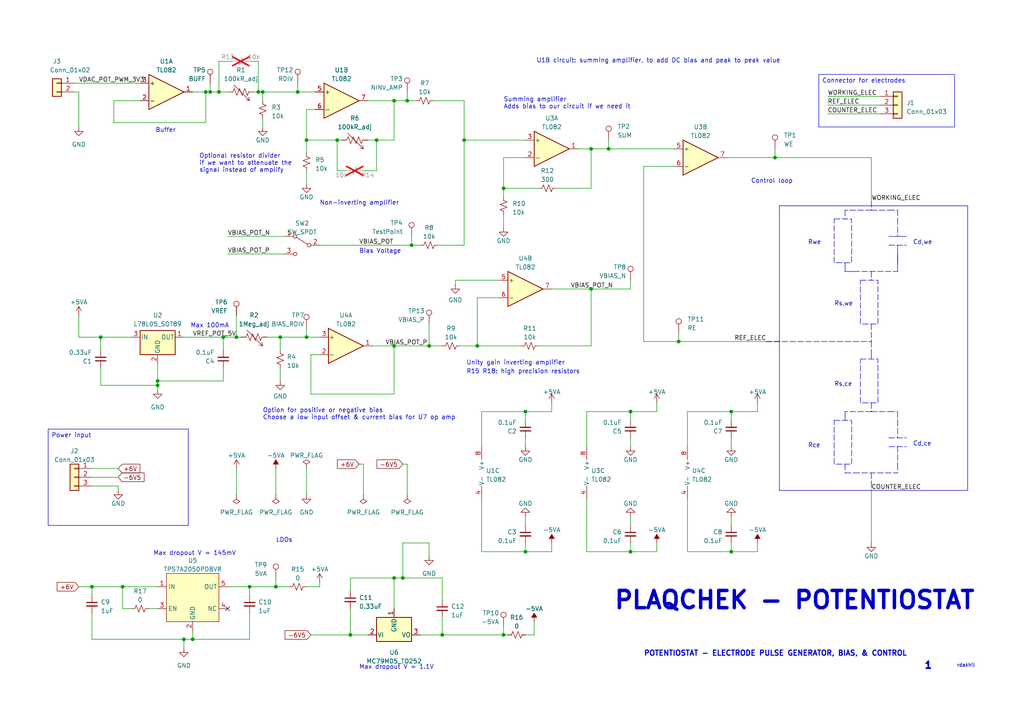
<source format=kicad_sch>
(kicad_sch (version 20230121) (generator eeschema)
  (paper "A4")
  (lib_symbols
    (symbol "Amplifier_Operational:TL082" (pin_names (offset 0.127))
      (property "Reference" "U" (at 0 5.08 0))
      (property "Value" "TL082" (at 0 -5.08 0))
      (symbol "TL082_1_1"
        (polyline (pts (xy -5.08 5.08) (xy 5.08 0) (xy -5.08 -5.08) (xy -5.08 5.08)) (stroke (width 0.254)) (fill (type background)))
        (pin output line (at 7.62 0 180) (length 2.54) (name "~") (number "1"))
        (pin input line (at -7.62 -2.54 0) (length 2.54) (name "-") (number "2"))
        (pin input line (at -7.62 2.54 0) (length 2.54) (name "+") (number "3"))
      )
      (symbol "TL082_2_1"
        (polyline (pts (xy -5.08 5.08) (xy 5.08 0) (xy -5.08 -5.08) (xy -5.08 5.08)) (stroke (width 0.254)) (fill (type background)))
        (pin input line (at -7.62 2.54 0) (length 2.54) (name "+") (number "5"))
        (pin input line (at -7.62 -2.54 0) (length 2.54) (name "-") (number "6"))
        (pin output line (at 7.62 0 180) (length 2.54) (name "~") (number "7"))
      )
      (symbol "TL082_3_1"
        (pin power_in line (at -2.54 -7.62 90) (length 3.81) (name "V-") (number "4"))
        (pin power_in line (at -2.54 7.62 270) (length 3.81) (name "V+") (number "8"))
      )
    )
    (symbol "Connector:TestPoint" (pin_numbers hide) (pin_names (offset 0.762) hide)
      (property "Reference" "TP" (at 0 6.858 0))
      (property "Value" "TestPoint" (at 0 5.08 0))
      (symbol "TestPoint_0_1"
        (circle (center 0 3.302) (radius 0.762))
      )
      (symbol "TestPoint_1_1"
        (pin passive line (at 0 0 90) (length 2.54) (name "1") (number "1"))
      )
    )
    (symbol "Connector_Generic:Conn_01x02" (pin_names (offset 1.016) hide)
      (property "Reference" "J" (at 0 2.54 0))
      (property "Value" "Conn_01x02" (at 0 -5.08 0))
      (symbol "Conn_01x02_1_1"
        (rectangle (start -1.27 -2.413) (end 0 -2.667) (stroke (width 0.1524)))
        (rectangle (start -1.27 0.127) (end 0 -0.127) (stroke (width 0.1524)))
        (rectangle (start -1.27 1.27) (end 1.27 -3.81) (stroke (width 0.254)) (fill (type background)))
        (pin passive line (at -5.08 0 0) (length 3.81) (name "Pin_1") (number "1"))
        (pin passive line (at -5.08 -2.54 0) (length 3.81) (name "Pin_2") (number "2"))
      )
    )
    (symbol "Connector_Generic:Conn_01x03" (pin_names (offset 1.016) hide)
      (property "Reference" "J" (at 0 5.08 0))
      (property "Value" "Conn_01x03" (at 0 -5.08 0))
      (symbol "Conn_01x03_1_1"
        (rectangle (start -1.27 -2.413) (end 0 -2.667) (stroke (width 0.1524)))
        (rectangle (start -1.27 0.127) (end 0 -0.127) (stroke (width 0.1524)))
        (rectangle (start -1.27 2.667) (end 0 2.413) (stroke (width 0.1524)))
        (rectangle (start -1.27 3.81) (end 1.27 -3.81) (stroke (width 0.254)) (fill (type background)))
        (pin passive line (at -5.08 2.54 0) (length 3.81) (name "Pin_1") (number "1"))
        (pin passive line (at -5.08 0 0) (length 3.81) (name "Pin_2") (number "2"))
        (pin passive line (at -5.08 -2.54 0) (length 3.81) (name "Pin_3") (number "3"))
      )
    )
    (symbol "Device:C_Small" (pin_numbers hide) (pin_names (offset 0.254) hide)
      (property "Reference" "C" (at 0.254 1.778 0))
      (property "Value" "C_Small" (at 0.254 -2.032 0))
      (symbol "C_Small_0_1"
        (polyline (pts (xy -1.524 -0.508) (xy 1.524 -0.508)) (stroke (width 0.3302)))
        (polyline (pts (xy -1.524 0.508) (xy 1.524 0.508)) (stroke (width 0.3048)))
      )
      (symbol "C_Small_1_1"
        (pin passive line (at 0 2.54 270) (length 2.032) (name "~") (number "1"))
        (pin passive line (at 0 -2.54 90) (length 2.032) (name "~") (number "2"))
      )
    )
    (symbol "Device:R_Small_US" (pin_numbers hide) (pin_names (offset 0.254) hide)
      (property "Reference" "R" (at 0.762 0.508 0))
      (property "Value" "R_Small_US" (at 0.762 -1.016 0))
      (symbol "R_Small_US_1_1"
        (polyline (pts (xy 0 0) (xy 1.016 -0.381) (xy 0 -0.762) (xy -1.016 -1.143) (xy 0 -1.524)))
        (polyline (pts (xy 0 1.524) (xy 1.016 1.143) (xy 0 0.762) (xy -1.016 0.381) (xy 0 0)))
        (pin passive line (at 0 2.54 270) (length 1.016) (name "~") (number "1"))
        (pin passive line (at 0 -2.54 90) (length 1.016) (name "~") (number "2"))
      )
    )
    (symbol "Device:R_Variable_US" (pin_numbers hide) (pin_names (offset 0))
      (property "Reference" "R" (at 2.54 -2.54 90))
      (property "Value" "R_Variable_US" (at -2.54 -1.27 90))
      (symbol "R_Variable_US_0_1"
        (polyline (pts (xy 0 -2.286) (xy 0 -2.54)))
        (polyline (pts (xy 0 2.286) (xy 0 2.54)))
        (polyline (pts (xy 0 -0.762) (xy 1.016 -1.143) (xy 0 -1.524) (xy -1.016 -1.905) (xy 0 -2.286)))
        (polyline (pts (xy 0 0.762) (xy 1.016 0.381) (xy 0 0) (xy -1.016 -0.381) (xy 0 -0.762)))
        (polyline (pts (xy 0 2.286) (xy 1.016 1.905) (xy 0 1.524) (xy -1.016 1.143) (xy 0 0.762)) (stroke (width 0.1524)))
        (polyline (pts (xy 2.286 1.524) (xy 2.54 2.54) (xy 1.524 2.286) (xy 2.54 2.54) (xy -2.032 -2.032)) (stroke (width 0.1524)))
      )
      (symbol "R_Variable_US_1_1"
        (pin passive line (at 0 3.81 270) (length 1.27) (name "~") (number "1"))
        (pin passive line (at 0 -3.81 90) (length 1.27) (name "~") (number "2"))
      )
    )
    (symbol "Regulator_Linear:L78L05_SOT89" (pin_names (offset 0.254))
      (property "Reference" "U" (at -3.81 3.175 0))
      (property "Value" "L78L05_SOT89" (at -0.635 3.175 0))
      (symbol "L78L05_SOT89_0_1"
        (rectangle (start -5.08 1.905) (end 5.08 -5.08) (stroke (width 0.254)) (fill (type background)))
      )
      (symbol "L78L05_SOT89_1_1"
        (pin power_out line (at 7.62 0 180) (length 2.54) (name "OUT") (number "1"))
        (pin power_in line (at 0 -7.62 90) (length 2.54) (name "GND") (number "2"))
        (pin power_in line (at -7.62 0 0) (length 2.54) (name "IN") (number "3"))
      )
    )
    (symbol "Regulator_Linear:MC79M05_TO252" (pin_names (offset 0.254))
      (property "Reference" "U" (at -3.81 -3.175 0))
      (property "Value" "MC79M05_TO252" (at 0 -3.175 0))
      (symbol "MC79M05_TO252_0_1"
        (rectangle (start -5.08 5.08) (end 5.08 -1.905) (stroke (width 0.254)) (fill (type background)))
      )
      (symbol "MC79M05_TO252_1_1"
        (pin power_in line (at 0 7.62 270) (length 2.54) (name "GND") (number "1"))
        (pin power_in line (at -7.62 0 0) (length 2.54) (name "VI") (number "2"))
        (pin power_out line (at 7.62 0 180) (length 2.54) (name "VO") (number "3"))
      )
    )
    (symbol "Switch:SW_SPDT" (pin_names (offset 0) hide)
      (property "Reference" "SW" (at 0 4.318 0))
      (property "Value" "SW_SPDT" (at 0 -5.08 0))
      (symbol "SW_SPDT_0_0"
        (circle (center -2.032 0) (radius 0.508))
        (circle (center 2.032 -2.54) (radius 0.508))
      )
      (symbol "SW_SPDT_0_1"
        (polyline (pts (xy -1.524 0.254) (xy 1.651 2.286)))
        (circle (center 2.032 2.54) (radius 0.508))
      )
      (symbol "SW_SPDT_1_1"
        (pin passive line (at 5.08 2.54 180) (length 2.54) (name "A") (number "1"))
        (pin passive line (at -5.08 0 0) (length 2.54) (name "B") (number "2"))
        (pin passive line (at 5.08 -2.54 180) (length 2.54) (name "C") (number "3"))
      )
    )
    (symbol "plaqchek:TPS7A2050PDBVR"
      (property "Reference" "U" (at 0 10.16 0))
      (property "Value" "TPS7A2050PDBVR" (at 0 0 0))
      (symbol "TPS7A2050PDBVR_1_1"
        (rectangle (start -7.62 7.62) (end 7.62 -6.35) (fill (type background)))
        (pin power_in line (at -10.16 3.81 0) (length 2.54) (name "IN") (number "1"))
        (pin power_in line (at 0 -8.89 90) (length 2.54) (name "GND") (number "2"))
        (pin input line (at -10.16 -2.54 0) (length 2.54) (name "EN") (number "3"))
        (pin input line (at 10.16 -2.54 180) (length 2.54) (name "NC") (number "4"))
        (pin power_out line (at 10.16 3.81 180) (length 2.54) (name "OUT") (number "5"))
      )
    )
    (symbol "power:+5VA" (power) (pin_names (offset 0))
      (property "Value" "+5VA" (at 0 3.556 0))
      (symbol "+5VA_0_1"
        (polyline (pts (xy -0.762 1.27) (xy 0 2.54)))
        (polyline (pts (xy 0 0) (xy 0 2.54)))
        (polyline (pts (xy 0 2.54) (xy 0.762 1.27)))
      )
      (symbol "+5VA_1_1"
        (pin power_in line (at 0 0 90) (length 0) hide (name "+5VA") (number "1"))
      )
    )
    (symbol "power:-5VA" (power) (pin_names (offset 0))
      (property "Value" "-5VA" (at 0 3.81 0))
      (symbol "-5VA_0_0"
        (pin power_in line (at 0 0 90) (length 0) hide (name "-5VA") (number "1"))
      )
      (symbol "-5VA_0_1"
        (polyline (pts (xy 0 0) (xy 0 1.27) (xy 0.762 1.27) (xy 0 2.54) (xy -0.762 1.27) (xy 0 1.27)) (fill (type outline)))
      )
    )
    (symbol "power:GND" (power) (pin_names (offset 0))
      (property "Value" "GND" (at 0 -3.81 0))
      (symbol "GND_0_1"
        (polyline (pts (xy 0 0) (xy 0 -1.27) (xy 1.27 -1.27) (xy 0 -2.54) (xy -1.27 -1.27) (xy 0 -1.27)))
      )
      (symbol "GND_1_1"
        (pin power_in line (at 0 0 270) (length 0) hide (name "GND") (number "1"))
      )
    )
    (symbol "power:PWR_FLAG" (power) (pin_numbers hide) (pin_names (offset 0) hide)
      (property "Value" "PWR_FLAG" (at 0 3.81 0))
      (symbol "PWR_FLAG_0_0"
        (pin power_out line (at 0 0 90) (length 0) (name "pwr") (number "1"))
      )
      (symbol "PWR_FLAG_0_1"
        (polyline (pts (xy 0 0) (xy 0 1.27) (xy -1.016 1.905) (xy 0 2.54) (xy 1.016 1.905) (xy 0 1.27)))
      )
    )
  )
  (junction (at 119.38 71.12))
  (junction (at 97.79 40.64))
  (junction (at 196.85 99.06))
  (junction (at 109.22 40.64))
  (junction (at 35.56 170.18))
  (junction (at 101.6 184.15))
  (junction (at 182.88 160.02))
  (junction (at 152.4 119.38))
  (junction (at 86.36 26.67))
  (junction (at 171.45 83.82))
  (junction (at 212.09 119.38))
  (junction (at 114.3 100.33))
  (junction (at 64.77 97.79))
  (junction (at 63.5 26.67))
  (junction (at 53.34 185.42))
  (junction (at 152.4 160.02))
  (junction (at 26.67 170.18))
  (junction (at 81.28 97.79))
  (junction (at 114.3 29.21))
  (junction (at 116.84 167.64))
  (junction (at 146.05 54.61))
  (junction (at 124.46 100.33))
  (junction (at 176.53 43.18))
  (junction (at 224.79 45.72))
  (junction (at 59.69 26.67))
  (junction (at 74.93 26.67))
  (junction (at 45.72 111.76))
  (junction (at 60.96 26.67))
  (junction (at 134.62 40.64))
  (junction (at 29.21 97.79))
  (junction (at 45.72 110.49))
  (junction (at 88.9 40.64))
  (junction (at 182.88 119.38))
  (junction (at 128.27 184.15))
  (junction (at 72.39 170.18))
  (junction (at 80.01 170.18))
  (junction (at 138.43 100.33))
  (junction (at 146.05 184.15))
  (junction (at 68.58 97.79))
  (junction (at 114.3 167.64))
  (junction (at 212.09 160.02))
  (junction (at 76.2 26.67))
  (junction (at 88.9 97.79))
  (junction (at 55.88 185.42))
  (junction (at 171.45 43.18))
  (junction (at 118.11 29.21))
  (no_connect (at 66.04 176.53))
  (wire (pts (xy 146.05 54.61) (xy 156.21 54.61)))
  (wire (pts (xy 199.39 129.54) (xy 199.39 119.38)))
  (polyline (pts (xy 245.11 134.62) (xy 245.11 137.16)) (stroke (width 0) (type dash)))
  (wire (pts (xy 240.03 30.48) (xy 255.27 30.48)))
  (wire (pts (xy 55.88 185.42) (xy 55.88 182.88)))
  (wire (pts (xy 90.17 184.15) (xy 101.6 184.15)))
  (wire (pts (xy 107.95 100.33) (xy 114.3 100.33)))
  (wire (pts (xy 128.27 184.15) (xy 121.92 184.15)))
  (polyline (pts (xy 252.73 78.74) (xy 252.73 81.28)) (stroke (width 0) (type dash)))
  (wire (pts (xy 106.68 40.64) (xy 109.22 40.64)))
  (wire (pts (xy 114.3 29.21) (xy 118.11 29.21)))
  (wire (pts (xy 64.77 110.49) (xy 45.72 110.49)))
  (wire (pts (xy 152.4 119.38) (xy 160.02 119.38)))
  (polyline (pts (xy 252.73 101.6) (xy 252.73 104.14)))
  (wire (pts (xy 219.71 116.84) (xy 219.71 119.38)))
  (wire (pts (xy 146.05 62.23) (xy 146.05 66.04)))
  (wire (pts (xy 170.18 129.54) (xy 170.18 119.38)))
  (wire (pts (xy 138.43 86.36) (xy 138.43 100.33)))
  (wire (pts (xy 80.01 167.64) (xy 80.01 170.18)))
  (wire (pts (xy 63.5 17.78) (xy 67.31 17.78)))
  (wire (pts (xy 88.9 170.18) (xy 92.71 170.18)))
  (wire (pts (xy 114.3 29.21) (xy 106.68 29.21)))
  (polyline (pts (xy 226.06 99.06) (xy 226.06 142.24)))
  (wire (pts (xy 154.94 180.34) (xy 154.94 184.15)))
  (wire (pts (xy 186.69 48.26) (xy 186.69 99.06)))
  (polyline (pts (xy 260.35 129.54) (xy 260.35 134.62)) (stroke (width 0) (type dash)))
  (wire (pts (xy 160.02 83.82) (xy 171.45 83.82)))
  (wire (pts (xy 72.39 17.78) (xy 74.93 17.78)))
  (wire (pts (xy 146.05 184.15) (xy 147.32 184.15)))
  (wire (pts (xy 88.9 40.64) (xy 97.79 40.64)))
  (wire (pts (xy 124.46 100.33) (xy 128.27 100.33)))
  (polyline (pts (xy 260.35 121.92) (xy 260.35 127)) (stroke (width 0) (type dash)))
  (wire (pts (xy 22.86 91.44) (xy 22.86 97.79)))
  (polyline (pts (xy 257.81 68.58) (xy 262.89 68.58)))
  (polyline (pts (xy 247.65 137.16) (xy 260.35 137.16)) (stroke (width 0) (type dash)))
  (wire (pts (xy 182.88 121.92) (xy 182.88 119.38)))
  (wire (pts (xy 171.45 83.82) (xy 182.88 83.82)))
  (wire (pts (xy 176.53 40.64) (xy 176.53 43.18)))
  (wire (pts (xy 139.7 129.54) (xy 139.7 119.38)))
  (wire (pts (xy 26.67 185.42) (xy 53.34 185.42)))
  (polyline (pts (xy 260.35 76.2) (xy 260.35 78.74)))
  (wire (pts (xy 59.69 26.67) (xy 59.69 35.56)))
  (wire (pts (xy 60.96 26.67) (xy 63.5 26.67)))
  (wire (pts (xy 26.67 170.18) (xy 26.67 172.72)))
  (wire (pts (xy 167.64 43.18) (xy 171.45 43.18)))
  (wire (pts (xy 127 71.12) (xy 134.62 71.12)))
  (polyline (pts (xy 252.73 119.38) (xy 245.11 119.38)) (stroke (width 0) (type dash)))
  (wire (pts (xy 88.9 40.64) (xy 88.9 44.45)))
  (wire (pts (xy 199.39 160.02) (xy 212.09 160.02)))
  (wire (pts (xy 139.7 160.02) (xy 152.4 160.02)))
  (wire (pts (xy 88.9 31.75) (xy 88.9 40.64)))
  (wire (pts (xy 72.39 170.18) (xy 72.39 172.72)))
  (wire (pts (xy 100.33 49.53) (xy 97.79 49.53)))
  (polyline (pts (xy 252.73 119.38) (xy 257.81 119.38)) (stroke (width 0) (type dash)))
  (wire (pts (xy 63.5 26.67) (xy 66.04 26.67)))
  (polyline (pts (xy 260.35 73.66) (xy 260.35 76.2)))
  (wire (pts (xy 26.67 177.8) (xy 26.67 185.42)))
  (wire (pts (xy 182.88 149.86) (xy 182.88 152.4)))
  (polyline (pts (xy 260.35 119.38) (xy 260.35 121.92)) (stroke (width 0) (type dash)))
  (wire (pts (xy 146.05 45.72) (xy 146.05 54.61)))
  (wire (pts (xy 119.38 68.58) (xy 119.38 71.12)))
  (wire (pts (xy 97.79 40.64) (xy 99.06 40.64)))
  (wire (pts (xy 63.5 26.67) (xy 63.5 17.78)))
  (wire (pts (xy 171.45 54.61) (xy 161.29 54.61)))
  (wire (pts (xy 38.1 176.53) (xy 35.56 176.53)))
  (wire (pts (xy 26.67 135.89) (xy 34.29 135.89)))
  (wire (pts (xy 21.59 26.67) (xy 22.86 26.67)))
  (wire (pts (xy 190.5 157.48) (xy 190.5 160.02)))
  (wire (pts (xy 182.88 81.28) (xy 182.88 83.82)))
  (wire (pts (xy 97.79 49.53) (xy 97.79 40.64)))
  (wire (pts (xy 66.04 73.66) (xy 82.55 73.66)))
  (polyline (pts (xy 260.35 134.62) (xy 260.35 137.16)) (stroke (width 0) (type dash)))
  (polyline (pts (xy 257.81 127) (xy 262.89 127)) (stroke (width 0) (type dash)))
  (wire (pts (xy 29.21 97.79) (xy 29.21 101.6)))
  (wire (pts (xy 160.02 157.48) (xy 160.02 160.02)))
  (polyline (pts (xy 252.73 139.7) (xy 252.73 142.24)) (stroke (width 0) (type dash)))
  (wire (pts (xy 64.77 106.68) (xy 64.77 110.49)))
  (polyline (pts (xy 245.11 78.74) (xy 247.65 78.74)))
  (wire (pts (xy 34.29 140.97) (xy 34.29 142.24)))
  (wire (pts (xy 76.2 26.67) (xy 76.2 29.21)))
  (wire (pts (xy 109.22 49.53) (xy 105.41 49.53)))
  (wire (pts (xy 77.47 97.79) (xy 81.28 97.79)))
  (wire (pts (xy 68.58 97.79) (xy 69.85 97.79)))
  (wire (pts (xy 134.62 40.64) (xy 152.4 40.64)))
  (wire (pts (xy 92.71 71.12) (xy 119.38 71.12)))
  (wire (pts (xy 128.27 167.64) (xy 128.27 173.99)))
  (polyline (pts (xy 260.35 63.5) (xy 260.35 68.58)) (stroke (width 0) (type dash)))
  (wire (pts (xy 76.2 34.29) (xy 76.2 36.83)))
  (wire (pts (xy 68.58 135.89) (xy 68.58 143.51)))
  (polyline (pts (xy 226.06 142.24) (xy 252.73 142.24)))
  (wire (pts (xy 125.73 29.21) (xy 134.62 29.21)))
  (wire (pts (xy 116.84 157.48) (xy 124.46 157.48)))
  (wire (pts (xy 182.88 129.54) (xy 182.88 127)))
  (wire (pts (xy 90.17 102.87) (xy 90.17 114.3)))
  (wire (pts (xy 219.71 157.48) (xy 219.71 160.02)))
  (wire (pts (xy 105.41 134.62) (xy 105.41 143.51)))
  (wire (pts (xy 114.3 40.64) (xy 114.3 29.21)))
  (wire (pts (xy 240.03 33.02) (xy 255.27 33.02)))
  (wire (pts (xy 33.02 35.56) (xy 33.02 29.21)))
  (wire (pts (xy 160.02 116.84) (xy 160.02 119.38)))
  (wire (pts (xy 252.73 45.72) (xy 252.73 58.42)))
  (wire (pts (xy 190.5 116.84) (xy 190.5 119.38)))
  (wire (pts (xy 66.04 68.58) (xy 82.55 68.58)))
  (wire (pts (xy 132.08 81.28) (xy 132.08 82.55)))
  (wire (pts (xy 64.77 97.79) (xy 68.58 97.79)))
  (wire (pts (xy 212.09 119.38) (xy 219.71 119.38)))
  (wire (pts (xy 76.2 26.67) (xy 86.36 26.67)))
  (polyline (pts (xy 226.06 59.69) (xy 226.06 99.06)))
  (wire (pts (xy 114.3 100.33) (xy 114.3 114.3)))
  (wire (pts (xy 138.43 100.33) (xy 151.13 100.33)))
  (wire (pts (xy 152.4 149.86) (xy 152.4 152.4)))
  (polyline (pts (xy 245.11 137.16) (xy 247.65 137.16)) (stroke (width 0) (type dash)))
  (wire (pts (xy 35.56 176.53) (xy 35.56 170.18)))
  (wire (pts (xy 86.36 24.13) (xy 86.36 26.67)))
  (wire (pts (xy 171.45 43.18) (xy 171.45 54.61)))
  (wire (pts (xy 72.39 177.8) (xy 72.39 185.42)))
  (wire (pts (xy 195.58 48.26) (xy 186.69 48.26)))
  (polyline (pts (xy 257.81 129.54) (xy 262.89 129.54)) (stroke (width 0) (type dash)))
  (wire (pts (xy 109.22 40.64) (xy 114.3 40.64)))
  (polyline (pts (xy 260.35 71.12) (xy 260.35 76.2)))
  (wire (pts (xy 53.34 97.79) (xy 64.77 97.79)))
  (wire (pts (xy 88.9 135.89) (xy 88.9 143.51)))
  (wire (pts (xy 88.9 97.79) (xy 92.71 97.79)))
  (wire (pts (xy 144.78 86.36) (xy 138.43 86.36)))
  (wire (pts (xy 170.18 119.38) (xy 182.88 119.38)))
  (wire (pts (xy 68.58 91.44) (xy 68.58 97.79)))
  (wire (pts (xy 74.93 17.78) (xy 74.93 26.67)))
  (wire (pts (xy 152.4 184.15) (xy 154.94 184.15)))
  (polyline (pts (xy 245.11 76.2) (xy 245.11 78.74)))
  (polyline (pts (xy 252.73 58.42) (xy 252.73 60.96)) (stroke (width 0) (type dash)))
  (polyline (pts (xy 252.73 60.96) (xy 245.11 60.96)) (stroke (width 0) (type dash)))
  (wire (pts (xy 45.72 176.53) (xy 43.18 176.53)))
  (polyline (pts (xy 252.73 93.98) (xy 252.73 99.06)) (stroke (width 0) (type dash)))
  (wire (pts (xy 240.03 27.94) (xy 255.27 27.94)))
  (wire (pts (xy 80.01 135.89) (xy 80.01 143.51)))
  (polyline (pts (xy 252.73 60.96) (xy 257.81 60.96)) (stroke (width 0) (type dash)))
  (wire (pts (xy 138.43 100.33) (xy 133.35 100.33)))
  (wire (pts (xy 252.73 142.24) (xy 252.73 157.48)))
  (polyline (pts (xy 222.25 99.06) (xy 252.73 99.06)) (stroke (width 0) (type dash)))
  (wire (pts (xy 146.05 45.72) (xy 152.4 45.72)))
  (polyline (pts (xy 245.11 119.38) (xy 245.11 121.92)))
  (wire (pts (xy 118.11 29.21) (xy 120.65 29.21)))
  (wire (pts (xy 212.09 121.92) (xy 212.09 119.38)))
  (wire (pts (xy 26.67 140.97) (xy 34.29 140.97)))
  (wire (pts (xy 146.05 181.61) (xy 146.05 184.15)))
  (polyline (pts (xy 252.73 116.84) (xy 252.73 119.38)) (stroke (width 0) (type dash)))
  (wire (pts (xy 88.9 49.53) (xy 88.9 53.34)))
  (wire (pts (xy 81.28 97.79) (xy 88.9 97.79)))
  (wire (pts (xy 124.46 157.48) (xy 124.46 161.29)))
  (wire (pts (xy 35.56 170.18) (xy 45.72 170.18)))
  (wire (pts (xy 224.79 43.18) (xy 224.79 45.72)))
  (wire (pts (xy 29.21 97.79) (xy 38.1 97.79)))
  (wire (pts (xy 196.85 96.52) (xy 196.85 99.06)))
  (polyline (pts (xy 280.67 59.69) (xy 226.06 59.69)))
  (wire (pts (xy 212.09 149.86) (xy 212.09 152.4)))
  (wire (pts (xy 92.71 102.87) (xy 90.17 102.87)))
  (wire (pts (xy 104.14 134.62) (xy 105.41 134.62)))
  (wire (pts (xy 170.18 144.78) (xy 170.18 160.02)))
  (wire (pts (xy 22.86 26.67) (xy 22.86 36.83)))
  (wire (pts (xy 55.88 185.42) (xy 72.39 185.42)))
  (wire (pts (xy 92.71 168.91) (xy 92.71 170.18)))
  (wire (pts (xy 91.44 31.75) (xy 88.9 31.75)))
  (wire (pts (xy 199.39 144.78) (xy 199.39 160.02)))
  (wire (pts (xy 116.84 167.64) (xy 116.84 157.48)))
  (wire (pts (xy 81.28 97.79) (xy 81.28 101.6)))
  (wire (pts (xy 128.27 184.15) (xy 146.05 184.15)))
  (polyline (pts (xy 257.81 60.96) (xy 260.35 60.96)) (stroke (width 0) (type dash)))
  (wire (pts (xy 66.04 170.18) (xy 72.39 170.18)))
  (wire (pts (xy 182.88 160.02) (xy 190.5 160.02)))
  (wire (pts (xy 21.59 24.13) (xy 40.64 24.13)))
  (wire (pts (xy 116.84 167.64) (xy 128.27 167.64)))
  (wire (pts (xy 53.34 185.42) (xy 53.34 187.96)))
  (wire (pts (xy 210.82 45.72) (xy 224.79 45.72)))
  (polyline (pts (xy 257.81 119.38) (xy 260.35 119.38)) (stroke (width 0) (type dash)))
  (wire (pts (xy 45.72 105.41) (xy 45.72 110.49)))
  (polyline (pts (xy 247.65 78.74) (xy 260.35 78.74)) (stroke (width 0) (type dash)))
  (wire (pts (xy 152.4 129.54) (xy 152.4 127)))
  (wire (pts (xy 124.46 93.98) (xy 124.46 100.33)))
  (wire (pts (xy 26.67 138.43) (xy 34.29 138.43)))
  (wire (pts (xy 171.45 100.33) (xy 156.21 100.33)))
  (wire (pts (xy 114.3 100.33) (xy 124.46 100.33)))
  (polyline (pts (xy 252.73 137.16) (xy 252.73 139.7)) (stroke (width 0) (type dash)))
  (wire (pts (xy 59.69 26.67) (xy 60.96 26.67)))
  (wire (pts (xy 101.6 167.64) (xy 101.6 171.45)))
  (wire (pts (xy 152.4 121.92) (xy 152.4 119.38)))
  (wire (pts (xy 74.93 26.67) (xy 76.2 26.67)))
  (wire (pts (xy 109.22 40.64) (xy 109.22 49.53)))
  (wire (pts (xy 59.69 35.56) (xy 33.02 35.56)))
  (wire (pts (xy 170.18 160.02) (xy 182.88 160.02)))
  (wire (pts (xy 176.53 43.18) (xy 195.58 43.18)))
  (wire (pts (xy 119.38 71.12) (xy 121.92 71.12)))
  (wire (pts (xy 53.34 185.42) (xy 55.88 185.42)))
  (wire (pts (xy 212.09 129.54) (xy 212.09 127)))
  (wire (pts (xy 139.7 144.78) (xy 139.7 160.02)))
  (wire (pts (xy 186.69 99.06) (xy 196.85 99.06)))
  (wire (pts (xy 60.96 24.13) (xy 60.96 26.67)))
  (wire (pts (xy 88.9 95.25) (xy 88.9 97.79)))
  (wire (pts (xy 152.4 157.48) (xy 152.4 160.02)))
  (wire (pts (xy 146.05 54.61) (xy 146.05 57.15)))
  (wire (pts (xy 22.86 97.79) (xy 29.21 97.79)))
  (wire (pts (xy 171.45 83.82) (xy 171.45 100.33)))
  (wire (pts (xy 134.62 29.21) (xy 134.62 40.64)))
  (wire (pts (xy 199.39 119.38) (xy 212.09 119.38)))
  (polyline (pts (xy 252.73 99.06) (xy 252.73 101.6)) (stroke (width 0) (type dash)))
  (wire (pts (xy 139.7 119.38) (xy 152.4 119.38)))
  (wire (pts (xy 212.09 157.48) (xy 212.09 160.02)))
  (wire (pts (xy 134.62 40.64) (xy 134.62 71.12)))
  (polyline (pts (xy 257.81 71.12) (xy 262.89 71.12)) (stroke (width 0) (type dash)))
  (wire (pts (xy 171.45 43.18) (xy 176.53 43.18)))
  (wire (pts (xy 118.11 26.67) (xy 118.11 29.21)))
  (wire (pts (xy 118.11 134.62) (xy 118.11 143.51)))
  (wire (pts (xy 128.27 179.07) (xy 128.27 184.15)))
  (wire (pts (xy 196.85 99.06) (xy 222.25 99.06)))
  (wire (pts (xy 81.28 106.68) (xy 81.28 110.49)))
  (wire (pts (xy 33.02 29.21) (xy 40.64 29.21)))
  (wire (pts (xy 29.21 106.68) (xy 29.21 111.76)))
  (wire (pts (xy 45.72 110.49) (xy 45.72 111.76)))
  (wire (pts (xy 90.17 114.3) (xy 114.3 114.3)))
  (wire (pts (xy 45.72 111.76) (xy 45.72 113.03)))
  (wire (pts (xy 114.3 167.64) (xy 114.3 176.53)))
  (wire (pts (xy 116.84 134.62) (xy 118.11 134.62)))
  (polyline (pts (xy 280.67 142.24) (xy 280.67 59.69)))
  (wire (pts (xy 64.77 97.79) (xy 64.77 101.6)))
  (wire (pts (xy 26.67 170.18) (xy 22.86 170.18)))
  (wire (pts (xy 144.78 81.28) (xy 132.08 81.28)))
  (wire (pts (xy 152.4 160.02) (xy 160.02 160.02)))
  (polyline (pts (xy 245.11 60.96) (xy 245.11 63.5)) (stroke (width 0) (type dash)))
  (wire (pts (xy 80.01 170.18) (xy 83.82 170.18)))
  (wire (pts (xy 72.39 170.18) (xy 80.01 170.18)))
  (wire (pts (xy 55.88 26.67) (xy 59.69 26.67)))
  (wire (pts (xy 101.6 167.64) (xy 114.3 167.64)))
  (wire (pts (xy 29.21 111.76) (xy 45.72 111.76)))
  (polyline (pts (xy 260.35 60.96) (xy 260.35 63.5)) (stroke (width 0) (type dash)))
  (wire (pts (xy 26.67 170.18) (xy 35.56 170.18)))
  (wire (pts (xy 86.36 26.67) (xy 91.44 26.67)))
  (wire (pts (xy 182.88 119.38) (xy 190.5 119.38)))
  (wire (pts (xy 114.3 167.64) (xy 116.84 167.64)))
  (wire (pts (xy 224.79 45.72) (xy 252.73 45.72)))
  (wire (pts (xy 212.09 160.02) (xy 219.71 160.02)))
  (wire (pts (xy 101.6 176.53) (xy 101.6 184.15)))
  (polyline (pts (xy 252.73 142.24) (xy 280.67 142.24)))
  (wire (pts (xy 182.88 157.48) (xy 182.88 160.02)))
  (wire (pts (xy 101.6 184.15) (xy 106.68 184.15)))
  (wire (pts (xy 73.66 26.67) (xy 74.93 26.67)))
  (polyline (pts (xy 226.06 99.06) (xy 222.25 99.06)) (stroke (width 0) (type dash)))
  (rectangle (start 241.935 121.92) (end 247.015 134.62) (stroke (width 0) (type dash)))
  (rectangle (start 249.555 104.14) (end 254.635 116.84) (stroke (width 0) (type dash)))
  (rectangle (start 249.555 81.28) (end 254.635 93.98) (stroke (width 0) (type dash)))
  (rectangle (start 241.935 63.5) (end 247.015 76.2) (stroke (width 0) (type dash)))
  (text_box "Power input" (at 13.97 124.46 0) (size 40.64 27.94) (effects (font (size 1.27 1.27)) (justify left top)))
  (text_box "Connector for electrodes\n" (at 237.49 21.59 0) (size 39.37 15.24) (effects (font (size 1.27 1.27)) (justify left top)))
  (text "rdakhil" (at 277.495 193.675 0) (effects (font (size 1 1)) (justify left bottom)))
  (text "Buffer\n\n" (at 45.085 40.64 0) (effects (font (size 1.27 1.27)) (justify left bottom)))
  (text "Non-inverting amplifier" (at 92.71 59.69 0) (effects (font (size 1.27 1.27)) (justify left bottom)))
  (text "Unity gain inverting amplifier" (at 135.255 106.045 0) (effects (font (size 1.27 1.27)) (justify left bottom)))
  (text "PLAQCHEK - POTENTIOSTAT" (at 177.8 177.165 0) (effects (font (size 5 5) (thickness 1) bold) (justify left bottom)))
  (text "Optional resistor divider\nif we want to attenuate the  \nsignal instead of amplify" (at 57.785 50.165 0) (effects (font (size 1.27 1.27)) (justify left bottom)))
  (text "Option for positive or negative bias\nChoose a low input offset & current bias for U7 op amp\n" (at 76.2 121.92 0) (effects (font (size 1.27 1.27)) (justify left bottom)))
  (text "Rs,we\n" (at 241.935 88.9 0) (effects (font (size 1.27 1.27)) (justify left bottom)))
  (text "Summing amplifier\nAdds bias to our circuit if we need it" (at 146.05 31.75 0) (effects (font (size 1.27 1.27)) (justify left bottom)))
  (text "R15 R18: high precision resistors\n" (at 135.255 108.585 0) (effects (font (size 1.27 1.27)) (justify left bottom)))
  (text "Rce\n\n" (at 234.315 132.08 0) (effects (font (size 1.27 1.27)) (justify left bottom)))
  (text "U1B circuit: summing amplifier, to add DC bias and peak to peak value\n" (at 155.575 18.415 0) (effects (font (size 1.27 1.27)) (justify left bottom)))
  (text "Cd,we" (at 264.795 71.12 0) (effects (font (size 1.27 1.27)) (justify left bottom)))
  (text "Rs,ce\n\n" (at 241.935 114.3 0) (effects (font (size 1.27 1.27)) (justify left bottom)))
  (text "Rwe\n" (at 234.315 71.12 0) (effects (font (size 1.27 1.27)) (justify left bottom)))
  (text "Bias Voltage\n" (at 104.14 73.66 0) (effects (font (size 1.27 1.27)) (justify left bottom)))
  (text "Cd,ce" (at 264.795 129.54 0) (effects (font (size 1.27 1.27)) (justify left bottom)))
  (text "1" (at 267.97 194.31 0) (effects (font (size 2 2) (thickness 1) bold) (justify left bottom)))
  (text "LDOs\n" (at 80.01 157.48 0) (effects (font (size 1.27 1.27)) (justify left bottom)))
  (text "POTENTIOSTAT - ELECTRODE PULSE GENERATOR, BIAS, & CONTROL" (at 186.69 190.5 0) (effects (font (size 1.5 1.5) (thickness 0.3) bold) (justify left bottom)))
  (text "Control loop\n" (at 217.805 53.34 0) (effects (font (size 1.27 1.27)) (justify left bottom)))
  (text "Max 100mA" (at 55.245 95.25 0) (effects (font (size 1.27 1.27)) (justify left bottom)))
  (text "Max dropout V = 1.1V" (at 104.14 194.31 0) (effects (font (size 1.27 1.27)) (justify left bottom)))
  (text "Max dropout V = 145mV" (at 44.45 161.29 0) (effects (font (size 1.27 1.27)) (justify left bottom)))
  (label "REF_ELEC" (at 222.25 99.06 180))
  (label "WORKING_ELEC" (at 240.03 27.94 0))
  (label "VDAC_POT_PWM_3V3" (at 22.86 24.13 0))
  (label "VBIAS_POT" (at 104.14 71.12 0))
  (label "COUNTER_ELEC" (at 252.73 142.24 0))
  (label "VBIAS_POT_N" (at 177.8 83.82 180))
  (label "VBIAS_POT_N" (at 66.04 68.58 0))
  (label "VBIAS_POT_P" (at 111.76 100.33 0))
  (label "VREF_POT_5V" (at 55.88 97.79 0))
  (label "COUNTER_ELEC" (at 240.03 33.02 0))
  (label "REF_ELEC" (at 240.03 30.48 0))
  (label "VBIAS_POT_P" (at 66.04 73.66 0))
  (label "WORKING_ELEC" (at 252.73 58.42 0))
  (global_label "+6V" (shape input) (at 34.29 135.89 0) (property "Intersheetrefs" "${INTERSHEET_REFS}" (effects hide)))
  (global_label "-6V5" (shape input) (at 116.84 134.62 180) (property "Intersheetrefs" "${INTERSHEET_REFS}" (effects hide)))
  (global_label "+6V" (shape input) (at 22.86 170.18 180) (property "Intersheetrefs" "${INTERSHEET_REFS}" (effects hide)))
  (global_label "-6V5" (shape input) (at 34.29 138.43 0) (property "Intersheetrefs" "${INTERSHEET_REFS}" (effects hide)))
  (global_label "+6V" (shape input) (at 104.14 134.62 180) (property "Intersheetrefs" "${INTERSHEET_REFS}" (effects hide)))
  (global_label "-6V5" (shape input) (at 90.17 184.15 180) (property "Intersheetrefs" "${INTERSHEET_REFS}" (effects hide)))
  (symbol (lib_id "Connector:TestPoint") (at 119.38 68.58 0) (mirror y) (unit 1)
    (property "Reference" "TP4" (at 116.84 64.643 0) (effects (justify left)))
    (property "Value" "TestPoint" (at 116.84 67.183 0) (effects (justify left)))
  )
  (symbol (lib_id "Connector:TestPoint") (at 68.58 91.44 0) (mirror y) (unit 1)
    (property "Reference" "TP6" (at 66.04 87.63 0) (effects (justify left)))
    (property "Value" "VREF" (at 66.04 90.17 0) (effects (justify left)))
  )
  (symbol (lib_id "Device:R_Small_US") (at 40.64 176.53 270) (unit 1)
    (property "Reference" "R17" (at 40.64 171.45 90))
    (property "Value" "0" (at 40.64 173.99 90))
    (property "Footprint" "Resistor_SMD:R_0603_1608Metric_Pad0.98x0.95mm_HandSolder" (effects hide))
  )
  (symbol (lib_id "Connector:TestPoint") (at 182.88 81.28 0) (mirror y) (unit 1)
    (property "Reference" "TP8" (at 181.61 77.47 0) (effects (justify left)))
    (property "Value" "VBIAS_N" (at 181.61 80.01 0) (effects (justify left)))
  )
  (symbol (lib_id "power:-5VA") (at 160.02 157.48 0) (unit 1)
    (property "Reference" "#PWR06" (effects hide))
    (property "Value" "-5VA" (at 160.02 153.67 0))
  )
  (symbol (lib_id "Amplifier_Operational:TL082") (at 160.02 43.18 0) (unit 1)
    (property "Reference" "U3" (at 160.02 34.29 0))
    (property "Value" "TL082" (at 160.02 36.83 0))
    (property "Footprint" "Package_TO_SOT_SMD:TSOT-23-8_HandSoldering" (effects hide))
    (property "Datasheet" "http://www.ti.com/lit/ds/symlink/tl081.pdf" (effects hide))
  )
  (symbol (lib_id "Regulator_Linear:MC79M05_TO252") (at 114.3 184.15 0) (unit 1)
    (property "Reference" "U6" (at 114.3 189.23 0))
    (property "Value" "MC79M05_TO252" (at 114.3 191.77 0))
    (property "Footprint" "Package_TO_SOT_SMD:TO-252-2" (effects hide))
    (property "Datasheet" "http://www.onsemi.com/pub/Collateral/MC79M00-D.PDF" (effects hide))
  )
  (symbol (lib_id "power:GND") (at 22.86 36.83 0) (unit 1)
    (property "Reference" "#PWR029" (effects hide))
    (property "Value" "GND" (at 22.86 41.91 0))
  )
  (symbol (lib_id "power:GND") (at 212.09 129.54 0) (unit 1)
    (property "Reference" "#PWR014" (effects hide))
    (property "Value" "GND" (at 212.09 133.35 0))
  )
  (symbol (lib_id "power:+5VA") (at 219.71 116.84 0) (unit 1)
    (property "Reference" "#PWR016" (effects hide))
    (property "Value" "+5VA" (at 219.71 113.665 0))
  )
  (symbol (lib_id "power:PWR_FLAG") (at 118.11 143.51 180) (unit 1)
    (property "Reference" "#FLG05" (effects hide))
    (property "Value" "PWR_FLAG" (at 118.11 148.59 0))
  )
  (symbol (lib_id "power:-5VA") (at 154.94 180.34 0) (unit 1)
    (property "Reference" "#PWR025" (effects hide))
    (property "Value" "-5VA" (at 154.94 176.53 0))
  )
  (symbol (lib_id "Connector:TestPoint") (at 60.96 24.13 0) (mirror y) (unit 1)
    (property "Reference" "TP5" (at 59.69 20.32 0) (effects (justify left)))
    (property "Value" "BUFF" (at 59.69 22.86 0) (effects (justify left)))
  )
  (symbol (lib_id "power:GND") (at 182.88 149.86 180) (unit 1)
    (property "Reference" "#PWR08" (effects hide))
    (property "Value" "GND" (at 182.88 146.05 0))
  )
  (symbol (lib_id "Device:C_Small") (at 26.67 175.26 0) (unit 1)
    (property "Reference" "C9" (at 29.21 174.6313 0) (effects (justify left)))
    (property "Value" "1uF" (at 29.21 177.1713 0) (effects (justify left)))
    (property "Footprint" "Capacitor_SMD:C_0603_1608Metric_Pad1.08x0.95mm_HandSolder" (effects hide))
  )
  (symbol (lib_id "power:GND") (at 34.29 142.24 0) (unit 1)
    (property "Reference" "#PWR021" (effects hide))
    (property "Value" "GND" (at 34.29 146.05 0))
  )
  (symbol (lib_id "Connector:TestPoint") (at 86.36 24.13 0) (mirror y) (unit 1)
    (property "Reference" "TP12" (at 85.09 20.32 0) (effects (justify left)))
    (property "Value" "RDIV" (at 85.09 22.86 0) (effects (justify left)))
  )
  (symbol (lib_id "Device:C_Small") (at 182.88 154.94 0) (mirror y) (unit 1)
    (property "Reference" "C6" (at 180.34 154.3113 0) (effects (justify left)))
    (property "Value" "0.1uF" (at 180.34 156.8513 0) (effects (justify left)))
    (property "Footprint" "Capacitor_SMD:C_0603_1608Metric_Pad1.08x0.95mm_HandSolder" (effects hide))
  )
  (symbol (lib_id "Device:R_Small_US") (at 81.28 104.14 180) (unit 1)
    (property "Reference" "R4" (at 83.185 103.505 0) (effects (justify right)))
    (property "Value" "10k" (at 83.185 106.045 0) (effects (justify right)))
    (property "Footprint" "Resistor_SMD:R_0603_1608Metric_Pad0.98x0.95mm_HandSolder" (effects hide))
  )
  (symbol (lib_id "power:GND") (at 212.09 149.86 180) (unit 1)
    (property "Reference" "#PWR015" (effects hide))
    (property "Value" "GND" (at 212.09 146.05 0))
  )
  (symbol (lib_id "Amplifier_Operational:TL082") (at 172.72 137.16 0) (unit 3)
    (property "Reference" "U3" (at 171.45 136.525 0) (effects (justify left)))
    (property "Value" "TL082" (at 171.45 139.065 0) (effects (justify left)))
    (property "Footprint" "Package_TO_SOT_SMD:TSOT-23-8_HandSoldering" (effects hide))
    (property "Datasheet" "http://www.ti.com/lit/ds/symlink/tl081.pdf" (effects hide))
  )
  (symbol (lib_id "Connector_Generic:Conn_01x02") (at 16.51 24.13 0) (mirror y) (unit 1)
    (property "Reference" "J3" (at 16.51 17.78 0))
    (property "Value" "Conn_01x02" (at 20.32 20.32 0))
    (property "Footprint" "Connector_PinHeader_2.54mm:PinHeader_1x02_P2.54mm_Vertical" (effects hide))
  )
  (symbol (lib_id "Device:R_Small_US") (at 146.05 59.69 180) (unit 1)
    (property "Reference" "R10" (at 148.59 59.055 0) (effects (justify right)))
    (property "Value" "10k" (at 148.59 61.595 0) (effects (justify right)))
    (property "Footprint" "Resistor_SMD:R_0603_1608Metric_Pad0.98x0.95mm_HandSolder" (effects hide))
  )
  (symbol (lib_id "Device:R_Small_US") (at 86.36 170.18 270) (unit 1)
    (property "Reference" "R15" (at 86.36 165.1 90))
    (property "Value" "0" (at 86.36 167.64 90))
    (property "Footprint" "Resistor_SMD:R_0603_1608Metric_Pad0.98x0.95mm_HandSolder" (effects hide))
  )
  (symbol (lib_id "power:+5VA") (at 190.5 116.84 0) (unit 1)
    (property "Reference" "#PWR011" (effects hide))
    (property "Value" "+5VA" (at 190.5 113.665 0))
  )
  (symbol (lib_id "power:GND") (at 81.28 110.49 0) (unit 1)
    (property "Reference" "#PWR010" (effects hide))
    (property "Value" "GND" (at 81.28 114.935 0))
  )
  (symbol (lib_id "Amplifier_Operational:TL082") (at 203.2 45.72 0) (unit 2)
    (property "Reference" "U3" (at 203.2 36.83 0))
    (property "Value" "TL082" (at 203.2 39.37 0))
    (property "Footprint" "Package_TO_SOT_SMD:TSOT-23-8_HandSoldering" (effects hide))
    (property "Datasheet" "http://www.ti.com/lit/ds/symlink/tl081.pdf" (effects hide))
  )
  (symbol (lib_id "power:-5VA") (at 80.01 135.89 0) (unit 1)
    (property "Reference" "#PWR028" (effects hide))
    (property "Value" "-5VA" (at 80.01 132.08 0))
  )
  (symbol (lib_id "power:GND") (at 88.9 53.34 0) (unit 1)
    (property "Reference" "#PWR013" (effects hide))
    (property "Value" "GND" (at 88.9 57.15 0))
  )
  (symbol (lib_id "power:GND") (at 53.34 187.96 0) (unit 1)
    (property "Reference" "#PWR022" (effects hide))
    (property "Value" "GND" (at 53.34 193.04 0))
  )
  (symbol (lib_id "Connector:TestPoint") (at 224.79 43.18 0) (unit 1)
    (property "Reference" "TP1" (at 227.33 39.243 0) (effects (justify left)))
    (property "Value" "WE" (at 227.33 41.783 0) (effects (justify left)))
  )
  (symbol (lib_id "Device:R_Small_US") (at 153.67 100.33 270) (unit 1)
    (property "Reference" "R11" (at 153.67 95.25 90))
    (property "Value" "10k" (at 153.67 97.79 90))
    (property "Footprint" "Resistor_SMD:R_0603_1608Metric_Pad0.98x0.95mm_HandSolder" (effects hide))
  )
  (symbol (lib_id "Connector:TestPoint") (at 88.9 95.25 0) (mirror y) (unit 1)
    (property "Reference" "TP7" (at 88.265 91.44 0) (effects (justify left)))
    (property "Value" "BIAS_RDIV" (at 88.265 93.98 0) (effects (justify left)))
  )
  (symbol (lib_id "power:+5VA") (at 92.71 168.91 0) (unit 1)
    (property "Reference" "#PWR023" (effects hide))
    (property "Value" "+5VA" (at 92.71 165.1 0))
  )
  (symbol (lib_id "Device:R_Variable_US") (at 69.85 26.67 270) (unit 1)
    (property "Reference" "R1" (at 69.8881 20.32 90))
    (property "Value" "100kR_adj" (at 69.8881 22.86 90))
  )
  (symbol (lib_id "Connector:TestPoint") (at 80.01 167.64 0) (mirror y) (unit 1)
    (property "Reference" "TP9" (at 77.47 163.83 0) (effects (justify left)))
    (property "Value" "5VA" (at 77.47 166.37 0) (effects (justify left)))
  )
  (symbol (lib_id "Device:R_Small_US") (at 76.2 31.75 180) (unit 1)
    (property "Reference" "R3" (at 78.74 31.115 0) (effects (justify right)))
    (property "Value" "10k" (at 78.74 33.655 0) (effects (justify right)))
    (property "Footprint" "Resistor_SMD:R_0603_1608Metric_Pad0.98x0.95mm_HandSolder" (effects hide))
  )
  (symbol (lib_id "Device:C_Small") (at 182.88 124.46 180) (unit 1)
    (property "Reference" "C5" (at 180.34 125.0887 0) (effects (justify left)))
    (property "Value" "0.1uF" (at 180.34 122.5487 0) (effects (justify left)))
    (property "Footprint" "Capacitor_SMD:C_0603_1608Metric_Pad1.08x0.95mm_HandSolder" (effects hide))
  )
  (symbol (lib_id "Device:R_Variable_US") (at 102.87 40.64 270) (unit 1)
    (property "Reference" "R6" (at 102.9081 34.29 90))
    (property "Value" "100kR_adj" (at 102.9081 36.83 90))
  )
  (symbol (lib_id "Device:C_Small") (at 152.4 124.46 180) (unit 1)
    (property "Reference" "C2" (at 149.86 125.0887 0) (effects (justify left)))
    (property "Value" "0.1uF" (at 149.86 122.5487 0) (effects (justify left)))
    (property "Footprint" "Capacitor_SMD:C_0603_1608Metric_Pad1.08x0.95mm_HandSolder" (effects hide))
  )
  (symbol (lib_id "power:GND") (at 45.72 113.03 0) (unit 1)
    (property "Reference" "#PWR04" (effects hide))
    (property "Value" "GND" (at 45.72 118.11 0))
  )
  (symbol (lib_id "Amplifier_Operational:TL082") (at 100.33 100.33 0) (unit 1)
    (property "Reference" "U4" (at 100.33 91.44 0))
    (property "Value" "TL082" (at 100.33 93.98 0))
    (property "Footprint" "Package_TO_SOT_SMD:TSOT-23-8_HandSoldering" (effects hide))
    (property "Datasheet" "http://www.ti.com/lit/ds/symlink/tl081.pdf" (effects hide))
  )
  (symbol (lib_id "power:PWR_FLAG") (at 80.01 143.51 180) (unit 1)
    (property "Reference" "#FLG02" (effects hide))
    (property "Value" "PWR_FLAG" (at 80.01 148.59 0))
  )
  (symbol (lib_id "power:-5VA") (at 190.5 157.48 0) (unit 1)
    (property "Reference" "#PWR012" (effects hide))
    (property "Value" "-5VA" (at 190.5 153.67 0))
  )
  (symbol (lib_id "Connector:TestPoint") (at 118.11 26.67 0) (mirror y) (unit 1)
    (property "Reference" "TP3" (at 116.84 22.86 0) (effects (justify left)))
    (property "Value" "NINV_AMP" (at 116.84 25.4 0) (effects (justify left)))
  )
  (symbol (lib_id "Connector_Generic:Conn_01x03") (at 260.35 30.48 0) (unit 1)
    (property "Reference" "J1" (at 262.89 29.845 0) (effects (justify left)))
    (property "Value" "Conn_01x03" (at 262.89 32.385 0) (effects (justify left)))
    (property "Footprint" "Connector_PinHeader_2.54mm:PinHeader_1x03_P2.54mm_Vertical" (effects hide))
  )
  (symbol (lib_id "Device:R_Small_US") (at 69.85 17.78 270) (unit 1) (dnp yes)
    (property "Reference" "R13" (at 66.04 16.51 90))
    (property "Value" "10k" (at 73.66 16.51 90))
    (property "Footprint" "Resistor_SMD:R_0603_1608Metric_Pad0.98x0.95mm_HandSolder" (effects hide))
  )
  (symbol (lib_id "Device:R_Small_US") (at 102.87 49.53 90) (unit 1) (dnp yes)
    (property "Reference" "R14" (at 106.68 50.8 90))
    (property "Value" "10k" (at 99.06 50.8 90))
    (property "Footprint" "Resistor_SMD:R_0603_1608Metric_Pad0.98x0.95mm_HandSolder" (effects hide))
  )
  (symbol (lib_id "power:PWR_FLAG") (at 88.9 135.89 0) (unit 1)
    (property "Reference" "#FLG03" (effects hide))
    (property "Value" "PWR_FLAG" (at 88.9 132.08 0))
  )
  (symbol (lib_id "Amplifier_Operational:TL082") (at 201.93 137.16 0) (unit 3)
    (property "Reference" "U4" (at 200.66 136.525 0) (effects (justify left)))
    (property "Value" "TL082" (at 200.66 139.065 0) (effects (justify left)))
    (property "Footprint" "Package_TO_SOT_SMD:TSOT-23-8_HandSoldering" (effects hide))
    (property "Datasheet" "http://www.ti.com/lit/ds/symlink/tl081.pdf" (effects hide))
  )
  (symbol (lib_id "power:GND") (at 252.73 157.48 0) (unit 1)
    (property "Reference" "#PWR020" (effects hide))
    (property "Value" "GND" (at 252.73 161.29 0))
  )
  (symbol (lib_id "Connector:TestPoint") (at 124.46 93.98 0) (mirror y) (unit 1)
    (property "Reference" "TP13" (at 123.19 90.17 0) (effects (justify left)))
    (property "Value" "VBIAS_P" (at 123.19 92.71 0) (effects (justify left)))
  )
  (symbol (lib_id "Connector:TestPoint") (at 176.53 40.64 0) (unit 1)
    (property "Reference" "TP2" (at 179.07 36.703 0) (effects (justify left)))
    (property "Value" "SUM" (at 179.07 39.243 0) (effects (justify left)))
  )
  (symbol (lib_id "power:GND") (at 182.88 129.54 0) (unit 1)
    (property "Reference" "#PWR07" (effects hide))
    (property "Value" "GND" (at 182.88 133.35 0))
  )
  (symbol (lib_id "power:GND") (at 88.9 143.51 0) (unit 1)
    (property "Reference" "#PWR027" (effects hide))
    (property "Value" "GND" (at 88.9 148.59 0))
  )
  (symbol (lib_id "Device:C_Small") (at 72.39 175.26 0) (unit 1)
    (property "Reference" "C10" (at 74.93 174.6313 0) (effects (justify left)))
    (property "Value" "1uF" (at 74.93 177.1713 0) (effects (justify left)))
    (property "Footprint" "Capacitor_SMD:C_0603_1608Metric_Pad1.08x0.95mm_HandSolder" (effects hide))
  )
  (symbol (lib_id "Device:C_Small") (at 29.21 104.14 180) (unit 1)
    (property "Reference" "C1" (at 26.67 104.7687 0) (effects (justify left)))
    (property "Value" "0.33uF" (at 26.67 102.2287 0) (effects (justify left)))
    (property "Footprint" "Capacitor_SMD:C_0603_1608Metric_Pad1.08x0.95mm_HandSolder" (effects hide))
  )
  (symbol (lib_id "power:GND") (at 152.4 149.86 180) (unit 1)
    (property "Reference" "#PWR03" (effects hide))
    (property "Value" "GND" (at 152.4 146.05 0))
  )
  (symbol (lib_id "Device:R_Small_US") (at 124.46 71.12 90) (unit 1)
    (property "Reference" "R8" (at 124.46 66.04 90))
    (property "Value" "10k" (at 124.46 68.58 90))
    (property "Footprint" "Resistor_SMD:R_0603_1608Metric_Pad0.98x0.95mm_HandSolder" (effects hide))
  )
  (symbol (lib_id "Device:R_Variable_US") (at 73.66 97.79 270) (unit 1)
    (property "Reference" "R2" (at 73.6981 91.44 90))
    (property "Value" "1Meg_adj" (at 73.6981 93.98 90))
  )
  (symbol (lib_id "Device:R_Small_US") (at 130.81 100.33 270) (unit 1)
    (property "Reference" "R9" (at 130.81 95.25 90))
    (property "Value" "10k" (at 130.81 97.79 90))
    (property "Footprint" "Resistor_SMD:R_0603_1608Metric_Pad0.98x0.95mm_HandSolder" (effects hide))
  )
  (symbol (lib_id "power:-5VA") (at 219.71 157.48 0) (unit 1)
    (property "Reference" "#PWR017" (effects hide))
    (property "Value" "-5VA" (at 219.71 153.67 0))
  )
  (symbol (lib_id "power:GND") (at 152.4 129.54 0) (unit 1)
    (property "Reference" "#PWR02" (effects hide))
    (property "Value" "GND" (at 152.4 133.35 0))
  )
  (symbol (lib_id "Device:C_Small") (at 64.77 104.14 180) (unit 1)
    (property "Reference" "C4" (at 62.23 104.7687 0) (effects (justify left)))
    (property "Value" "0.1uF" (at 62.23 102.2287 0) (effects (justify left)))
    (property "Footprint" "Capacitor_SMD:C_0603_1608Metric_Pad1.08x0.95mm_HandSolder" (effects hide))
  )
  (symbol (lib_id "Device:C_Small") (at 101.6 173.99 0) (unit 1)
    (property "Reference" "C11" (at 104.14 173.3613 0) (effects (justify left)))
    (property "Value" "0.33uF" (at 104.14 175.9013 0) (effects (justify left)))
    (property "Footprint" "Capacitor_SMD:C_0603_1608Metric_Pad1.08x0.95mm_HandSolder" (effects hide))
  )
  (symbol (lib_id "Device:R_Small_US") (at 158.75 54.61 90) (unit 1)
    (property "Reference" "R12" (at 158.75 49.53 90))
    (property "Value" "300" (at 158.75 52.07 90))
    (property "Footprint" "Resistor_SMD:R_0603_1608Metric_Pad0.98x0.95mm_HandSolder" (effects hide))
  )
  (symbol (lib_id "Amplifier_Operational:TL082") (at 48.26 26.67 0) (unit 1)
    (property "Reference" "U1" (at 48.26 17.78 0))
    (property "Value" "TL082" (at 48.26 20.32 0))
    (property "Footprint" "Package_TO_SOT_SMD:TSOT-23-8_HandSoldering" (effects hide))
    (property "Datasheet" "http://www.ti.com/lit/ds/symlink/tl081.pdf" (effects hide))
  )
  (symbol (lib_id "Amplifier_Operational:TL082") (at 142.24 137.16 0) (unit 3)
    (property "Reference" "U1" (at 140.97 136.525 0) (effects (justify left)))
    (property "Value" "TL082" (at 140.97 139.065 0) (effects (justify left)))
    (property "Footprint" "Package_TO_SOT_SMD:TSOT-23-8_HandSoldering" (effects hide))
    (property "Datasheet" "http://www.ti.com/lit/ds/symlink/tl081.pdf" (effects hide))
  )
  (symbol (lib_id "Device:R_Small_US") (at 123.19 29.21 90) (unit 1)
    (property "Reference" "R7" (at 123.19 24.13 90))
    (property "Value" "10k" (at 123.19 26.67 90))
    (property "Footprint" "Resistor_SMD:R_0603_1608Metric_Pad0.98x0.95mm_HandSolder" (effects hide))
  )
  (symbol (lib_id "Device:C_Small") (at 128.27 176.53 0) (unit 1)
    (property "Reference" "C12" (at 130.81 175.9013 0) (effects (justify left)))
    (property "Value" "1uF" (at 130.81 178.4413 0) (effects (justify left)))
    (property "Footprint" "Capacitor_SMD:C_0603_1608Metric_Pad1.08x0.95mm_HandSolder" (effects hide))
  )
  (symbol (lib_id "power:GND") (at 132.08 82.55 0) (unit 1)
    (property "Reference" "#PWR018" (effects hide))
    (property "Value" "GND" (at 132.08 86.995 0))
  )
  (symbol (lib_id "plaqchek:TPS7A2050PDBVR") (at 55.88 173.99 0) (unit 1)
    (property "Reference" "U5" (at 55.88 162.56 0))
    (property "Value" "TPS7A2050PDBVR" (at 55.88 165.1 0))
    (property "Footprint" "Package_TO_SOT_SMD:SOT-23-5_HandSoldering" (effects hide))
    (property "Datasheet" "https://www.ti.com/lit/ds/symlink/tps7a20.pdf?HQS=dis-dk-null-digikeymode-dsf-pf-null-wwe&ts=1733698239340" (effects hide))
  )
  (symbol (lib_id "Connector:TestPoint") (at 196.85 96.52 0) (unit 1)
    (property "Reference" "TP11" (at 199.39 92.583 0) (effects (justify left)))
    (property "Value" "RE" (at 199.39 95.123 0) (effects (justify left)))
  )
  (symbol (lib_id "Connector_Generic:Conn_01x03") (at 21.59 138.43 0) (mirror y) (unit 1)
    (property "Reference" "J2" (at 21.59 130.81 0))
    (property "Value" "Conn_01x03" (at 21.59 133.35 0))
    (property "Footprint" "Connector_PinHeader_2.54mm:PinHeader_1x03_P2.54mm_Vertical" (effects hide))
  )
  (symbol (lib_id "Device:C_Small") (at 212.09 124.46 180) (unit 1)
    (property "Reference" "C7" (at 209.55 125.0887 0) (effects (justify left)))
    (property "Value" "0.1uF" (at 209.55 122.5487 0) (effects (justify left)))
    (property "Footprint" "Capacitor_SMD:C_0603_1608Metric_Pad1.08x0.95mm_HandSolder" (effects hide))
  )
  (symbol (lib_id "Device:C_Small") (at 212.09 154.94 0) (mirror y) (unit 1)
    (property "Reference" "C8" (at 209.55 154.3113 0) (effects (justify left)))
    (property "Value" "0.1uF" (at 209.55 156.8513 0) (effects (justify left)))
    (property "Footprint" "Capacitor_SMD:C_0603_1608Metric_Pad1.08x0.95mm_HandSolder" (effects hide))
  )
  (symbol (lib_id "Device:C_Small") (at 152.4 154.94 0) (mirror y) (unit 1)
    (property "Reference" "C3" (at 149.86 154.3113 0) (effects (justify left)))
    (property "Value" "0.1uF" (at 149.86 156.8513 0) (effects (justify left)))
    (property "Footprint" "Capacitor_SMD:C_0603_1608Metric_Pad1.08x0.95mm_HandSolder" (effects hide))
  )
  (symbol (lib_id "power:GND") (at 76.2 36.83 0) (unit 1)
    (property "Reference" "#PWR09" (effects hide))
    (property "Value" "GND" (at 76.2 40.64 0))
  )
  (symbol (lib_id "power:PWR_FLAG") (at 105.41 143.51 180) (unit 1)
    (property "Reference" "#FLG04" (effects hide))
    (property "Value" "PWR_FLAG" (at 105.41 148.59 0))
  )
  (symbol (lib_id "Regulator_Linear:L78L05_SOT89") (at 45.72 97.79 0) (unit 1)
    (property "Reference" "U2" (at 45.72 91.44 0))
    (property "Value" "L78L05_SOT89" (at 45.72 93.98 0))
    (property "Footprint" "Package_TO_SOT_SMD:SOT-89-3" (effects hide))
    (property "Datasheet" "http://www.st.com/content/ccc/resource/technical/document/datasheet/15/55/e5/aa/23/5b/43/fd/CD00000446.pdf/files/CD00000446.pdf/jcr:content/translations/en.CD00000446.pdf" (effects hide))
  )
  (symbol (lib_id "Device:R_Small_US") (at 88.9 46.99 180) (unit 1)
    (property "Reference" "R5" (at 91.44 46.355 0) (effects (justify right)))
    (property "Value" "10k" (at 91.44 48.895 0) (effects (justify right)))
    (property "Footprint" "Resistor_SMD:R_0603_1608Metric_Pad0.98x0.95mm_HandSolder" (effects hide))
  )
  (symbol (lib_id "Amplifier_Operational:TL082") (at 99.06 29.21 0) (unit 2)
    (property "Reference" "U1" (at 99.06 20.32 0))
    (property "Value" "TL082" (at 99.06 22.86 0))
    (property "Footprint" "Package_TO_SOT_SMD:TSOT-23-8_HandSoldering" (effects hide))
    (property "Datasheet" "http://www.ti.com/lit/ds/symlink/tl081.pdf" (effects hide))
  )
  (symbol (lib_id "power:PWR_FLAG") (at 68.58 143.51 180) (unit 1)
    (property "Reference" "#FLG01" (effects hide))
    (property "Value" "PWR_FLAG" (at 68.58 148.59 0))
  )
  (symbol (lib_id "Connector:TestPoint") (at 146.05 181.61 0) (mirror y) (unit 1)
    (property "Reference" "TP10" (at 144.78 177.8 0) (effects (justify left)))
    (property "Value" "-5VA" (at 144.78 180.34 0) (effects (justify left)))
  )
  (symbol (lib_id "power:GND") (at 146.05 66.04 0) (unit 1)
    (property "Reference" "#PWR019" (effects hide))
    (property "Value" "GND" (at 146.05 69.85 0))
  )
  (symbol (lib_id "Device:R_Small_US") (at 149.86 184.15 270) (unit 1)
    (property "Reference" "R16" (at 149.86 179.07 90))
    (property "Value" "0" (at 149.86 181.61 90))
    (property "Footprint" "Resistor_SMD:R_0603_1608Metric_Pad0.98x0.95mm_HandSolder" (effects hide))
  )
  (symbol (lib_id "power:+5VA") (at 160.02 116.84 0) (unit 1)
    (property "Reference" "#PWR05" (effects hide))
    (property "Value" "+5VA" (at 160.02 113.665 0))
  )
  (symbol (lib_id "power:GND") (at 124.46 161.29 0) (unit 1)
    (property "Reference" "#PWR024" (effects hide))
    (property "Value" "GND" (at 124.46 166.37 0))
  )
  (symbol (lib_id "Switch:SW_SPDT") (at 87.63 71.12 0) (mirror y) (unit 1)
    (property "Reference" "SW2" (at 87.63 64.77 0))
    (property "Value" "SW_SPDT" (at 87.63 67.31 0))
  )
  (symbol (lib_id "power:+5VA") (at 22.86 91.44 0) (unit 1)
    (property "Reference" "#PWR01" (effects hide))
    (property "Value" "+5VA" (at 22.86 87.63 0))
  )
  (symbol (lib_id "power:+5VA") (at 68.58 135.89 0) (unit 1)
    (property "Reference" "#PWR026" (effects hide))
    (property "Value" "+5VA" (at 68.58 132.08 0))
  )
  (symbol (lib_id "Amplifier_Operational:TL082") (at 152.4 83.82 0) (unit 2)
    (property "Reference" "U4" (at 152.4 74.93 0))
    (property "Value" "TL082" (at 152.4 77.47 0))
    (property "Footprint" "Package_TO_SOT_SMD:TSOT-23-8_HandSoldering" (effects hide))
    (property "Datasheet" "http://www.ti.com/lit/ds/symlink/tl081.pdf" (effects hide))
  )
)
</source>
